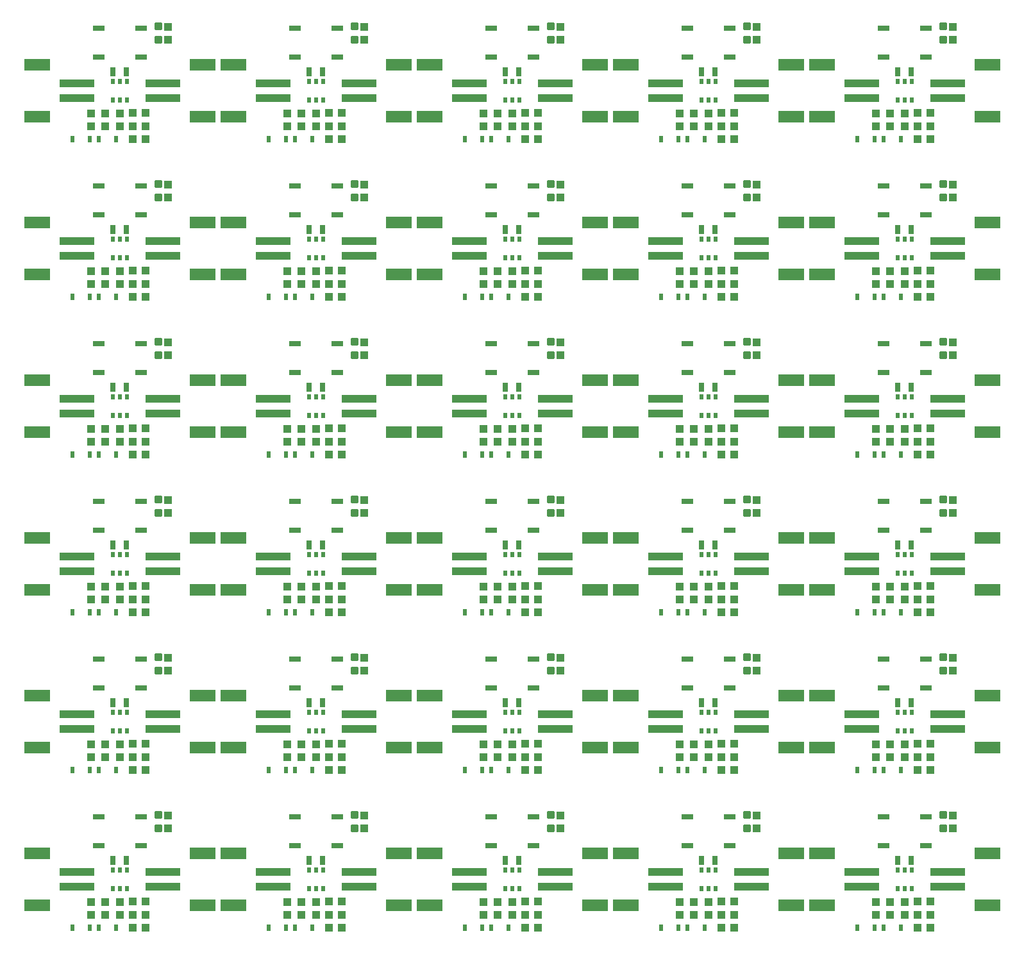
<source format=gtp>
G04 EAGLE Gerber RS-274X export*
G75*
%MOMM*%
%FSLAX34Y34*%
%LPD*%
%INSolderpaste Top*%
%IPPOS*%
%AMOC8*
5,1,8,0,0,1.08239X$1,22.5*%
G01*
%ADD10R,1.000000X1.100000*%
%ADD11C,0.300000*%
%ADD12R,0.550000X0.800000*%
%ADD13R,1.100000X1.000000*%
%ADD14R,1.524000X0.762000*%
%ADD15R,4.600000X1.000000*%
%ADD16R,3.400000X1.600000*%
%ADD17R,0.630000X0.830000*%
%ADD18R,0.800000X1.200000*%


D10*
X190500Y186300D03*
X190500Y169300D03*
D11*
X181300Y172530D02*
X174300Y172530D01*
X181300Y172530D02*
X181300Y165530D01*
X174300Y165530D01*
X174300Y172530D01*
X174300Y168380D02*
X181300Y168380D01*
X181300Y171230D02*
X174300Y171230D01*
X174300Y190070D02*
X181300Y190070D01*
X181300Y183070D01*
X174300Y183070D01*
X174300Y190070D01*
X174300Y185920D02*
X181300Y185920D01*
X181300Y188770D02*
X174300Y188770D01*
D12*
X117500Y89600D03*
X127000Y89600D03*
X136500Y89600D03*
X136500Y113600D03*
X117500Y113600D03*
X127000Y113600D03*
D10*
X88900Y55000D03*
X88900Y72000D03*
X107950Y72000D03*
X107950Y55000D03*
D13*
X143900Y54610D03*
X160900Y54610D03*
X143900Y38100D03*
X160900Y38100D03*
X143900Y72390D03*
X160900Y72390D03*
D10*
X127000Y55000D03*
X127000Y72000D03*
D14*
X99060Y184150D03*
X154940Y184150D03*
X99060Y146050D03*
X154940Y146050D03*
D15*
X70020Y91600D03*
X70020Y111600D03*
D16*
X18020Y67600D03*
X18020Y135600D03*
D15*
X183980Y111600D03*
X183980Y91600D03*
D16*
X235980Y135600D03*
X235980Y67600D03*
D17*
X121990Y38100D03*
X98990Y38100D03*
X87700Y38100D03*
X64700Y38100D03*
D18*
X136000Y127000D03*
X118000Y127000D03*
D10*
X449580Y186300D03*
X449580Y169300D03*
D11*
X440380Y172530D02*
X433380Y172530D01*
X440380Y172530D02*
X440380Y165530D01*
X433380Y165530D01*
X433380Y172530D01*
X433380Y168380D02*
X440380Y168380D01*
X440380Y171230D02*
X433380Y171230D01*
X433380Y190070D02*
X440380Y190070D01*
X440380Y183070D01*
X433380Y183070D01*
X433380Y190070D01*
X433380Y185920D02*
X440380Y185920D01*
X440380Y188770D02*
X433380Y188770D01*
D12*
X376580Y89600D03*
X386080Y89600D03*
X395580Y89600D03*
X395580Y113600D03*
X376580Y113600D03*
X386080Y113600D03*
D10*
X347980Y55000D03*
X347980Y72000D03*
X367030Y72000D03*
X367030Y55000D03*
D13*
X402980Y54610D03*
X419980Y54610D03*
X402980Y38100D03*
X419980Y38100D03*
X402980Y72390D03*
X419980Y72390D03*
D10*
X386080Y55000D03*
X386080Y72000D03*
D14*
X358140Y184150D03*
X414020Y184150D03*
X358140Y146050D03*
X414020Y146050D03*
D15*
X329100Y91600D03*
X329100Y111600D03*
D16*
X277100Y67600D03*
X277100Y135600D03*
D15*
X443060Y111600D03*
X443060Y91600D03*
D16*
X495060Y135600D03*
X495060Y67600D03*
D17*
X381070Y38100D03*
X358070Y38100D03*
X346780Y38100D03*
X323780Y38100D03*
D18*
X395080Y127000D03*
X377080Y127000D03*
D10*
X708660Y186300D03*
X708660Y169300D03*
D11*
X699460Y172530D02*
X692460Y172530D01*
X699460Y172530D02*
X699460Y165530D01*
X692460Y165530D01*
X692460Y172530D01*
X692460Y168380D02*
X699460Y168380D01*
X699460Y171230D02*
X692460Y171230D01*
X692460Y190070D02*
X699460Y190070D01*
X699460Y183070D01*
X692460Y183070D01*
X692460Y190070D01*
X692460Y185920D02*
X699460Y185920D01*
X699460Y188770D02*
X692460Y188770D01*
D12*
X635660Y89600D03*
X645160Y89600D03*
X654660Y89600D03*
X654660Y113600D03*
X635660Y113600D03*
X645160Y113600D03*
D10*
X607060Y55000D03*
X607060Y72000D03*
X626110Y72000D03*
X626110Y55000D03*
D13*
X662060Y54610D03*
X679060Y54610D03*
X662060Y38100D03*
X679060Y38100D03*
X662060Y72390D03*
X679060Y72390D03*
D10*
X645160Y55000D03*
X645160Y72000D03*
D14*
X617220Y184150D03*
X673100Y184150D03*
X617220Y146050D03*
X673100Y146050D03*
D15*
X588180Y91600D03*
X588180Y111600D03*
D16*
X536180Y67600D03*
X536180Y135600D03*
D15*
X702140Y111600D03*
X702140Y91600D03*
D16*
X754140Y135600D03*
X754140Y67600D03*
D17*
X640150Y38100D03*
X617150Y38100D03*
X605860Y38100D03*
X582860Y38100D03*
D18*
X654160Y127000D03*
X636160Y127000D03*
D10*
X967740Y186300D03*
X967740Y169300D03*
D11*
X958540Y172530D02*
X951540Y172530D01*
X958540Y172530D02*
X958540Y165530D01*
X951540Y165530D01*
X951540Y172530D01*
X951540Y168380D02*
X958540Y168380D01*
X958540Y171230D02*
X951540Y171230D01*
X951540Y190070D02*
X958540Y190070D01*
X958540Y183070D01*
X951540Y183070D01*
X951540Y190070D01*
X951540Y185920D02*
X958540Y185920D01*
X958540Y188770D02*
X951540Y188770D01*
D12*
X894740Y89600D03*
X904240Y89600D03*
X913740Y89600D03*
X913740Y113600D03*
X894740Y113600D03*
X904240Y113600D03*
D10*
X866140Y55000D03*
X866140Y72000D03*
X885190Y72000D03*
X885190Y55000D03*
D13*
X921140Y54610D03*
X938140Y54610D03*
X921140Y38100D03*
X938140Y38100D03*
X921140Y72390D03*
X938140Y72390D03*
D10*
X904240Y55000D03*
X904240Y72000D03*
D14*
X876300Y184150D03*
X932180Y184150D03*
X876300Y146050D03*
X932180Y146050D03*
D15*
X847260Y91600D03*
X847260Y111600D03*
D16*
X795260Y67600D03*
X795260Y135600D03*
D15*
X961220Y111600D03*
X961220Y91600D03*
D16*
X1013220Y135600D03*
X1013220Y67600D03*
D17*
X899230Y38100D03*
X876230Y38100D03*
X864940Y38100D03*
X841940Y38100D03*
D18*
X913240Y127000D03*
X895240Y127000D03*
D10*
X1226820Y186300D03*
X1226820Y169300D03*
D11*
X1217620Y172530D02*
X1210620Y172530D01*
X1217620Y172530D02*
X1217620Y165530D01*
X1210620Y165530D01*
X1210620Y172530D01*
X1210620Y168380D02*
X1217620Y168380D01*
X1217620Y171230D02*
X1210620Y171230D01*
X1210620Y190070D02*
X1217620Y190070D01*
X1217620Y183070D01*
X1210620Y183070D01*
X1210620Y190070D01*
X1210620Y185920D02*
X1217620Y185920D01*
X1217620Y188770D02*
X1210620Y188770D01*
D12*
X1153820Y89600D03*
X1163320Y89600D03*
X1172820Y89600D03*
X1172820Y113600D03*
X1153820Y113600D03*
X1163320Y113600D03*
D10*
X1125220Y55000D03*
X1125220Y72000D03*
X1144270Y72000D03*
X1144270Y55000D03*
D13*
X1180220Y54610D03*
X1197220Y54610D03*
X1180220Y38100D03*
X1197220Y38100D03*
X1180220Y72390D03*
X1197220Y72390D03*
D10*
X1163320Y55000D03*
X1163320Y72000D03*
D14*
X1135380Y184150D03*
X1191260Y184150D03*
X1135380Y146050D03*
X1191260Y146050D03*
D15*
X1106340Y91600D03*
X1106340Y111600D03*
D16*
X1054340Y67600D03*
X1054340Y135600D03*
D15*
X1220300Y111600D03*
X1220300Y91600D03*
D16*
X1272300Y135600D03*
X1272300Y67600D03*
D17*
X1158310Y38100D03*
X1135310Y38100D03*
X1124020Y38100D03*
X1101020Y38100D03*
D18*
X1172320Y127000D03*
X1154320Y127000D03*
D10*
X190500Y394580D03*
X190500Y377580D03*
D11*
X181300Y380810D02*
X174300Y380810D01*
X181300Y380810D02*
X181300Y373810D01*
X174300Y373810D01*
X174300Y380810D01*
X174300Y376660D02*
X181300Y376660D01*
X181300Y379510D02*
X174300Y379510D01*
X174300Y398350D02*
X181300Y398350D01*
X181300Y391350D01*
X174300Y391350D01*
X174300Y398350D01*
X174300Y394200D02*
X181300Y394200D01*
X181300Y397050D02*
X174300Y397050D01*
D12*
X117500Y297880D03*
X127000Y297880D03*
X136500Y297880D03*
X136500Y321880D03*
X117500Y321880D03*
X127000Y321880D03*
D10*
X88900Y263280D03*
X88900Y280280D03*
X107950Y280280D03*
X107950Y263280D03*
D13*
X143900Y262890D03*
X160900Y262890D03*
X143900Y246380D03*
X160900Y246380D03*
X143900Y280670D03*
X160900Y280670D03*
D10*
X127000Y263280D03*
X127000Y280280D03*
D14*
X99060Y392430D03*
X154940Y392430D03*
X99060Y354330D03*
X154940Y354330D03*
D15*
X70020Y299880D03*
X70020Y319880D03*
D16*
X18020Y275880D03*
X18020Y343880D03*
D15*
X183980Y319880D03*
X183980Y299880D03*
D16*
X235980Y343880D03*
X235980Y275880D03*
D17*
X121990Y246380D03*
X98990Y246380D03*
X87700Y246380D03*
X64700Y246380D03*
D18*
X136000Y335280D03*
X118000Y335280D03*
D10*
X449580Y394580D03*
X449580Y377580D03*
D11*
X440380Y380810D02*
X433380Y380810D01*
X440380Y380810D02*
X440380Y373810D01*
X433380Y373810D01*
X433380Y380810D01*
X433380Y376660D02*
X440380Y376660D01*
X440380Y379510D02*
X433380Y379510D01*
X433380Y398350D02*
X440380Y398350D01*
X440380Y391350D01*
X433380Y391350D01*
X433380Y398350D01*
X433380Y394200D02*
X440380Y394200D01*
X440380Y397050D02*
X433380Y397050D01*
D12*
X376580Y297880D03*
X386080Y297880D03*
X395580Y297880D03*
X395580Y321880D03*
X376580Y321880D03*
X386080Y321880D03*
D10*
X347980Y263280D03*
X347980Y280280D03*
X367030Y280280D03*
X367030Y263280D03*
D13*
X402980Y262890D03*
X419980Y262890D03*
X402980Y246380D03*
X419980Y246380D03*
X402980Y280670D03*
X419980Y280670D03*
D10*
X386080Y263280D03*
X386080Y280280D03*
D14*
X358140Y392430D03*
X414020Y392430D03*
X358140Y354330D03*
X414020Y354330D03*
D15*
X329100Y299880D03*
X329100Y319880D03*
D16*
X277100Y275880D03*
X277100Y343880D03*
D15*
X443060Y319880D03*
X443060Y299880D03*
D16*
X495060Y343880D03*
X495060Y275880D03*
D17*
X381070Y246380D03*
X358070Y246380D03*
X346780Y246380D03*
X323780Y246380D03*
D18*
X395080Y335280D03*
X377080Y335280D03*
D10*
X708660Y394580D03*
X708660Y377580D03*
D11*
X699460Y380810D02*
X692460Y380810D01*
X699460Y380810D02*
X699460Y373810D01*
X692460Y373810D01*
X692460Y380810D01*
X692460Y376660D02*
X699460Y376660D01*
X699460Y379510D02*
X692460Y379510D01*
X692460Y398350D02*
X699460Y398350D01*
X699460Y391350D01*
X692460Y391350D01*
X692460Y398350D01*
X692460Y394200D02*
X699460Y394200D01*
X699460Y397050D02*
X692460Y397050D01*
D12*
X635660Y297880D03*
X645160Y297880D03*
X654660Y297880D03*
X654660Y321880D03*
X635660Y321880D03*
X645160Y321880D03*
D10*
X607060Y263280D03*
X607060Y280280D03*
X626110Y280280D03*
X626110Y263280D03*
D13*
X662060Y262890D03*
X679060Y262890D03*
X662060Y246380D03*
X679060Y246380D03*
X662060Y280670D03*
X679060Y280670D03*
D10*
X645160Y263280D03*
X645160Y280280D03*
D14*
X617220Y392430D03*
X673100Y392430D03*
X617220Y354330D03*
X673100Y354330D03*
D15*
X588180Y299880D03*
X588180Y319880D03*
D16*
X536180Y275880D03*
X536180Y343880D03*
D15*
X702140Y319880D03*
X702140Y299880D03*
D16*
X754140Y343880D03*
X754140Y275880D03*
D17*
X640150Y246380D03*
X617150Y246380D03*
X605860Y246380D03*
X582860Y246380D03*
D18*
X654160Y335280D03*
X636160Y335280D03*
D10*
X967740Y394580D03*
X967740Y377580D03*
D11*
X958540Y380810D02*
X951540Y380810D01*
X958540Y380810D02*
X958540Y373810D01*
X951540Y373810D01*
X951540Y380810D01*
X951540Y376660D02*
X958540Y376660D01*
X958540Y379510D02*
X951540Y379510D01*
X951540Y398350D02*
X958540Y398350D01*
X958540Y391350D01*
X951540Y391350D01*
X951540Y398350D01*
X951540Y394200D02*
X958540Y394200D01*
X958540Y397050D02*
X951540Y397050D01*
D12*
X894740Y297880D03*
X904240Y297880D03*
X913740Y297880D03*
X913740Y321880D03*
X894740Y321880D03*
X904240Y321880D03*
D10*
X866140Y263280D03*
X866140Y280280D03*
X885190Y280280D03*
X885190Y263280D03*
D13*
X921140Y262890D03*
X938140Y262890D03*
X921140Y246380D03*
X938140Y246380D03*
X921140Y280670D03*
X938140Y280670D03*
D10*
X904240Y263280D03*
X904240Y280280D03*
D14*
X876300Y392430D03*
X932180Y392430D03*
X876300Y354330D03*
X932180Y354330D03*
D15*
X847260Y299880D03*
X847260Y319880D03*
D16*
X795260Y275880D03*
X795260Y343880D03*
D15*
X961220Y319880D03*
X961220Y299880D03*
D16*
X1013220Y343880D03*
X1013220Y275880D03*
D17*
X899230Y246380D03*
X876230Y246380D03*
X864940Y246380D03*
X841940Y246380D03*
D18*
X913240Y335280D03*
X895240Y335280D03*
D10*
X1226820Y394580D03*
X1226820Y377580D03*
D11*
X1217620Y380810D02*
X1210620Y380810D01*
X1217620Y380810D02*
X1217620Y373810D01*
X1210620Y373810D01*
X1210620Y380810D01*
X1210620Y376660D02*
X1217620Y376660D01*
X1217620Y379510D02*
X1210620Y379510D01*
X1210620Y398350D02*
X1217620Y398350D01*
X1217620Y391350D01*
X1210620Y391350D01*
X1210620Y398350D01*
X1210620Y394200D02*
X1217620Y394200D01*
X1217620Y397050D02*
X1210620Y397050D01*
D12*
X1153820Y297880D03*
X1163320Y297880D03*
X1172820Y297880D03*
X1172820Y321880D03*
X1153820Y321880D03*
X1163320Y321880D03*
D10*
X1125220Y263280D03*
X1125220Y280280D03*
X1144270Y280280D03*
X1144270Y263280D03*
D13*
X1180220Y262890D03*
X1197220Y262890D03*
X1180220Y246380D03*
X1197220Y246380D03*
X1180220Y280670D03*
X1197220Y280670D03*
D10*
X1163320Y263280D03*
X1163320Y280280D03*
D14*
X1135380Y392430D03*
X1191260Y392430D03*
X1135380Y354330D03*
X1191260Y354330D03*
D15*
X1106340Y299880D03*
X1106340Y319880D03*
D16*
X1054340Y275880D03*
X1054340Y343880D03*
D15*
X1220300Y319880D03*
X1220300Y299880D03*
D16*
X1272300Y343880D03*
X1272300Y275880D03*
D17*
X1158310Y246380D03*
X1135310Y246380D03*
X1124020Y246380D03*
X1101020Y246380D03*
D18*
X1172320Y335280D03*
X1154320Y335280D03*
D10*
X190500Y602860D03*
X190500Y585860D03*
D11*
X181300Y589090D02*
X174300Y589090D01*
X181300Y589090D02*
X181300Y582090D01*
X174300Y582090D01*
X174300Y589090D01*
X174300Y584940D02*
X181300Y584940D01*
X181300Y587790D02*
X174300Y587790D01*
X174300Y606630D02*
X181300Y606630D01*
X181300Y599630D01*
X174300Y599630D01*
X174300Y606630D01*
X174300Y602480D02*
X181300Y602480D01*
X181300Y605330D02*
X174300Y605330D01*
D12*
X117500Y506160D03*
X127000Y506160D03*
X136500Y506160D03*
X136500Y530160D03*
X117500Y530160D03*
X127000Y530160D03*
D10*
X88900Y471560D03*
X88900Y488560D03*
X107950Y488560D03*
X107950Y471560D03*
D13*
X143900Y471170D03*
X160900Y471170D03*
X143900Y454660D03*
X160900Y454660D03*
X143900Y488950D03*
X160900Y488950D03*
D10*
X127000Y471560D03*
X127000Y488560D03*
D14*
X99060Y600710D03*
X154940Y600710D03*
X99060Y562610D03*
X154940Y562610D03*
D15*
X70020Y508160D03*
X70020Y528160D03*
D16*
X18020Y484160D03*
X18020Y552160D03*
D15*
X183980Y528160D03*
X183980Y508160D03*
D16*
X235980Y552160D03*
X235980Y484160D03*
D17*
X121990Y454660D03*
X98990Y454660D03*
X87700Y454660D03*
X64700Y454660D03*
D18*
X136000Y543560D03*
X118000Y543560D03*
D10*
X449580Y602860D03*
X449580Y585860D03*
D11*
X440380Y589090D02*
X433380Y589090D01*
X440380Y589090D02*
X440380Y582090D01*
X433380Y582090D01*
X433380Y589090D01*
X433380Y584940D02*
X440380Y584940D01*
X440380Y587790D02*
X433380Y587790D01*
X433380Y606630D02*
X440380Y606630D01*
X440380Y599630D01*
X433380Y599630D01*
X433380Y606630D01*
X433380Y602480D02*
X440380Y602480D01*
X440380Y605330D02*
X433380Y605330D01*
D12*
X376580Y506160D03*
X386080Y506160D03*
X395580Y506160D03*
X395580Y530160D03*
X376580Y530160D03*
X386080Y530160D03*
D10*
X347980Y471560D03*
X347980Y488560D03*
X367030Y488560D03*
X367030Y471560D03*
D13*
X402980Y471170D03*
X419980Y471170D03*
X402980Y454660D03*
X419980Y454660D03*
X402980Y488950D03*
X419980Y488950D03*
D10*
X386080Y471560D03*
X386080Y488560D03*
D14*
X358140Y600710D03*
X414020Y600710D03*
X358140Y562610D03*
X414020Y562610D03*
D15*
X329100Y508160D03*
X329100Y528160D03*
D16*
X277100Y484160D03*
X277100Y552160D03*
D15*
X443060Y528160D03*
X443060Y508160D03*
D16*
X495060Y552160D03*
X495060Y484160D03*
D17*
X381070Y454660D03*
X358070Y454660D03*
X346780Y454660D03*
X323780Y454660D03*
D18*
X395080Y543560D03*
X377080Y543560D03*
D10*
X708660Y602860D03*
X708660Y585860D03*
D11*
X699460Y589090D02*
X692460Y589090D01*
X699460Y589090D02*
X699460Y582090D01*
X692460Y582090D01*
X692460Y589090D01*
X692460Y584940D02*
X699460Y584940D01*
X699460Y587790D02*
X692460Y587790D01*
X692460Y606630D02*
X699460Y606630D01*
X699460Y599630D01*
X692460Y599630D01*
X692460Y606630D01*
X692460Y602480D02*
X699460Y602480D01*
X699460Y605330D02*
X692460Y605330D01*
D12*
X635660Y506160D03*
X645160Y506160D03*
X654660Y506160D03*
X654660Y530160D03*
X635660Y530160D03*
X645160Y530160D03*
D10*
X607060Y471560D03*
X607060Y488560D03*
X626110Y488560D03*
X626110Y471560D03*
D13*
X662060Y471170D03*
X679060Y471170D03*
X662060Y454660D03*
X679060Y454660D03*
X662060Y488950D03*
X679060Y488950D03*
D10*
X645160Y471560D03*
X645160Y488560D03*
D14*
X617220Y600710D03*
X673100Y600710D03*
X617220Y562610D03*
X673100Y562610D03*
D15*
X588180Y508160D03*
X588180Y528160D03*
D16*
X536180Y484160D03*
X536180Y552160D03*
D15*
X702140Y528160D03*
X702140Y508160D03*
D16*
X754140Y552160D03*
X754140Y484160D03*
D17*
X640150Y454660D03*
X617150Y454660D03*
X605860Y454660D03*
X582860Y454660D03*
D18*
X654160Y543560D03*
X636160Y543560D03*
D10*
X967740Y602860D03*
X967740Y585860D03*
D11*
X958540Y589090D02*
X951540Y589090D01*
X958540Y589090D02*
X958540Y582090D01*
X951540Y582090D01*
X951540Y589090D01*
X951540Y584940D02*
X958540Y584940D01*
X958540Y587790D02*
X951540Y587790D01*
X951540Y606630D02*
X958540Y606630D01*
X958540Y599630D01*
X951540Y599630D01*
X951540Y606630D01*
X951540Y602480D02*
X958540Y602480D01*
X958540Y605330D02*
X951540Y605330D01*
D12*
X894740Y506160D03*
X904240Y506160D03*
X913740Y506160D03*
X913740Y530160D03*
X894740Y530160D03*
X904240Y530160D03*
D10*
X866140Y471560D03*
X866140Y488560D03*
X885190Y488560D03*
X885190Y471560D03*
D13*
X921140Y471170D03*
X938140Y471170D03*
X921140Y454660D03*
X938140Y454660D03*
X921140Y488950D03*
X938140Y488950D03*
D10*
X904240Y471560D03*
X904240Y488560D03*
D14*
X876300Y600710D03*
X932180Y600710D03*
X876300Y562610D03*
X932180Y562610D03*
D15*
X847260Y508160D03*
X847260Y528160D03*
D16*
X795260Y484160D03*
X795260Y552160D03*
D15*
X961220Y528160D03*
X961220Y508160D03*
D16*
X1013220Y552160D03*
X1013220Y484160D03*
D17*
X899230Y454660D03*
X876230Y454660D03*
X864940Y454660D03*
X841940Y454660D03*
D18*
X913240Y543560D03*
X895240Y543560D03*
D10*
X1226820Y602860D03*
X1226820Y585860D03*
D11*
X1217620Y589090D02*
X1210620Y589090D01*
X1217620Y589090D02*
X1217620Y582090D01*
X1210620Y582090D01*
X1210620Y589090D01*
X1210620Y584940D02*
X1217620Y584940D01*
X1217620Y587790D02*
X1210620Y587790D01*
X1210620Y606630D02*
X1217620Y606630D01*
X1217620Y599630D01*
X1210620Y599630D01*
X1210620Y606630D01*
X1210620Y602480D02*
X1217620Y602480D01*
X1217620Y605330D02*
X1210620Y605330D01*
D12*
X1153820Y506160D03*
X1163320Y506160D03*
X1172820Y506160D03*
X1172820Y530160D03*
X1153820Y530160D03*
X1163320Y530160D03*
D10*
X1125220Y471560D03*
X1125220Y488560D03*
X1144270Y488560D03*
X1144270Y471560D03*
D13*
X1180220Y471170D03*
X1197220Y471170D03*
X1180220Y454660D03*
X1197220Y454660D03*
X1180220Y488950D03*
X1197220Y488950D03*
D10*
X1163320Y471560D03*
X1163320Y488560D03*
D14*
X1135380Y600710D03*
X1191260Y600710D03*
X1135380Y562610D03*
X1191260Y562610D03*
D15*
X1106340Y508160D03*
X1106340Y528160D03*
D16*
X1054340Y484160D03*
X1054340Y552160D03*
D15*
X1220300Y528160D03*
X1220300Y508160D03*
D16*
X1272300Y552160D03*
X1272300Y484160D03*
D17*
X1158310Y454660D03*
X1135310Y454660D03*
X1124020Y454660D03*
X1101020Y454660D03*
D18*
X1172320Y543560D03*
X1154320Y543560D03*
D10*
X190500Y811140D03*
X190500Y794140D03*
D11*
X181300Y797370D02*
X174300Y797370D01*
X181300Y797370D02*
X181300Y790370D01*
X174300Y790370D01*
X174300Y797370D01*
X174300Y793220D02*
X181300Y793220D01*
X181300Y796070D02*
X174300Y796070D01*
X174300Y814910D02*
X181300Y814910D01*
X181300Y807910D01*
X174300Y807910D01*
X174300Y814910D01*
X174300Y810760D02*
X181300Y810760D01*
X181300Y813610D02*
X174300Y813610D01*
D12*
X117500Y714440D03*
X127000Y714440D03*
X136500Y714440D03*
X136500Y738440D03*
X117500Y738440D03*
X127000Y738440D03*
D10*
X88900Y679840D03*
X88900Y696840D03*
X107950Y696840D03*
X107950Y679840D03*
D13*
X143900Y679450D03*
X160900Y679450D03*
X143900Y662940D03*
X160900Y662940D03*
X143900Y697230D03*
X160900Y697230D03*
D10*
X127000Y679840D03*
X127000Y696840D03*
D14*
X99060Y808990D03*
X154940Y808990D03*
X99060Y770890D03*
X154940Y770890D03*
D15*
X70020Y716440D03*
X70020Y736440D03*
D16*
X18020Y692440D03*
X18020Y760440D03*
D15*
X183980Y736440D03*
X183980Y716440D03*
D16*
X235980Y760440D03*
X235980Y692440D03*
D17*
X121990Y662940D03*
X98990Y662940D03*
X87700Y662940D03*
X64700Y662940D03*
D18*
X136000Y751840D03*
X118000Y751840D03*
D10*
X449580Y811140D03*
X449580Y794140D03*
D11*
X440380Y797370D02*
X433380Y797370D01*
X440380Y797370D02*
X440380Y790370D01*
X433380Y790370D01*
X433380Y797370D01*
X433380Y793220D02*
X440380Y793220D01*
X440380Y796070D02*
X433380Y796070D01*
X433380Y814910D02*
X440380Y814910D01*
X440380Y807910D01*
X433380Y807910D01*
X433380Y814910D01*
X433380Y810760D02*
X440380Y810760D01*
X440380Y813610D02*
X433380Y813610D01*
D12*
X376580Y714440D03*
X386080Y714440D03*
X395580Y714440D03*
X395580Y738440D03*
X376580Y738440D03*
X386080Y738440D03*
D10*
X347980Y679840D03*
X347980Y696840D03*
X367030Y696840D03*
X367030Y679840D03*
D13*
X402980Y679450D03*
X419980Y679450D03*
X402980Y662940D03*
X419980Y662940D03*
X402980Y697230D03*
X419980Y697230D03*
D10*
X386080Y679840D03*
X386080Y696840D03*
D14*
X358140Y808990D03*
X414020Y808990D03*
X358140Y770890D03*
X414020Y770890D03*
D15*
X329100Y716440D03*
X329100Y736440D03*
D16*
X277100Y692440D03*
X277100Y760440D03*
D15*
X443060Y736440D03*
X443060Y716440D03*
D16*
X495060Y760440D03*
X495060Y692440D03*
D17*
X381070Y662940D03*
X358070Y662940D03*
X346780Y662940D03*
X323780Y662940D03*
D18*
X395080Y751840D03*
X377080Y751840D03*
D10*
X708660Y811140D03*
X708660Y794140D03*
D11*
X699460Y797370D02*
X692460Y797370D01*
X699460Y797370D02*
X699460Y790370D01*
X692460Y790370D01*
X692460Y797370D01*
X692460Y793220D02*
X699460Y793220D01*
X699460Y796070D02*
X692460Y796070D01*
X692460Y814910D02*
X699460Y814910D01*
X699460Y807910D01*
X692460Y807910D01*
X692460Y814910D01*
X692460Y810760D02*
X699460Y810760D01*
X699460Y813610D02*
X692460Y813610D01*
D12*
X635660Y714440D03*
X645160Y714440D03*
X654660Y714440D03*
X654660Y738440D03*
X635660Y738440D03*
X645160Y738440D03*
D10*
X607060Y679840D03*
X607060Y696840D03*
X626110Y696840D03*
X626110Y679840D03*
D13*
X662060Y679450D03*
X679060Y679450D03*
X662060Y662940D03*
X679060Y662940D03*
X662060Y697230D03*
X679060Y697230D03*
D10*
X645160Y679840D03*
X645160Y696840D03*
D14*
X617220Y808990D03*
X673100Y808990D03*
X617220Y770890D03*
X673100Y770890D03*
D15*
X588180Y716440D03*
X588180Y736440D03*
D16*
X536180Y692440D03*
X536180Y760440D03*
D15*
X702140Y736440D03*
X702140Y716440D03*
D16*
X754140Y760440D03*
X754140Y692440D03*
D17*
X640150Y662940D03*
X617150Y662940D03*
X605860Y662940D03*
X582860Y662940D03*
D18*
X654160Y751840D03*
X636160Y751840D03*
D10*
X967740Y811140D03*
X967740Y794140D03*
D11*
X958540Y797370D02*
X951540Y797370D01*
X958540Y797370D02*
X958540Y790370D01*
X951540Y790370D01*
X951540Y797370D01*
X951540Y793220D02*
X958540Y793220D01*
X958540Y796070D02*
X951540Y796070D01*
X951540Y814910D02*
X958540Y814910D01*
X958540Y807910D01*
X951540Y807910D01*
X951540Y814910D01*
X951540Y810760D02*
X958540Y810760D01*
X958540Y813610D02*
X951540Y813610D01*
D12*
X894740Y714440D03*
X904240Y714440D03*
X913740Y714440D03*
X913740Y738440D03*
X894740Y738440D03*
X904240Y738440D03*
D10*
X866140Y679840D03*
X866140Y696840D03*
X885190Y696840D03*
X885190Y679840D03*
D13*
X921140Y679450D03*
X938140Y679450D03*
X921140Y662940D03*
X938140Y662940D03*
X921140Y697230D03*
X938140Y697230D03*
D10*
X904240Y679840D03*
X904240Y696840D03*
D14*
X876300Y808990D03*
X932180Y808990D03*
X876300Y770890D03*
X932180Y770890D03*
D15*
X847260Y716440D03*
X847260Y736440D03*
D16*
X795260Y692440D03*
X795260Y760440D03*
D15*
X961220Y736440D03*
X961220Y716440D03*
D16*
X1013220Y760440D03*
X1013220Y692440D03*
D17*
X899230Y662940D03*
X876230Y662940D03*
X864940Y662940D03*
X841940Y662940D03*
D18*
X913240Y751840D03*
X895240Y751840D03*
D10*
X1226820Y811140D03*
X1226820Y794140D03*
D11*
X1217620Y797370D02*
X1210620Y797370D01*
X1217620Y797370D02*
X1217620Y790370D01*
X1210620Y790370D01*
X1210620Y797370D01*
X1210620Y793220D02*
X1217620Y793220D01*
X1217620Y796070D02*
X1210620Y796070D01*
X1210620Y814910D02*
X1217620Y814910D01*
X1217620Y807910D01*
X1210620Y807910D01*
X1210620Y814910D01*
X1210620Y810760D02*
X1217620Y810760D01*
X1217620Y813610D02*
X1210620Y813610D01*
D12*
X1153820Y714440D03*
X1163320Y714440D03*
X1172820Y714440D03*
X1172820Y738440D03*
X1153820Y738440D03*
X1163320Y738440D03*
D10*
X1125220Y679840D03*
X1125220Y696840D03*
X1144270Y696840D03*
X1144270Y679840D03*
D13*
X1180220Y679450D03*
X1197220Y679450D03*
X1180220Y662940D03*
X1197220Y662940D03*
X1180220Y697230D03*
X1197220Y697230D03*
D10*
X1163320Y679840D03*
X1163320Y696840D03*
D14*
X1135380Y808990D03*
X1191260Y808990D03*
X1135380Y770890D03*
X1191260Y770890D03*
D15*
X1106340Y716440D03*
X1106340Y736440D03*
D16*
X1054340Y692440D03*
X1054340Y760440D03*
D15*
X1220300Y736440D03*
X1220300Y716440D03*
D16*
X1272300Y760440D03*
X1272300Y692440D03*
D17*
X1158310Y662940D03*
X1135310Y662940D03*
X1124020Y662940D03*
X1101020Y662940D03*
D18*
X1172320Y751840D03*
X1154320Y751840D03*
D10*
X190500Y1019420D03*
X190500Y1002420D03*
D11*
X181300Y1005650D02*
X174300Y1005650D01*
X181300Y1005650D02*
X181300Y998650D01*
X174300Y998650D01*
X174300Y1005650D01*
X174300Y1001500D02*
X181300Y1001500D01*
X181300Y1004350D02*
X174300Y1004350D01*
X174300Y1023190D02*
X181300Y1023190D01*
X181300Y1016190D01*
X174300Y1016190D01*
X174300Y1023190D01*
X174300Y1019040D02*
X181300Y1019040D01*
X181300Y1021890D02*
X174300Y1021890D01*
D12*
X117500Y922720D03*
X127000Y922720D03*
X136500Y922720D03*
X136500Y946720D03*
X117500Y946720D03*
X127000Y946720D03*
D10*
X88900Y888120D03*
X88900Y905120D03*
X107950Y905120D03*
X107950Y888120D03*
D13*
X143900Y887730D03*
X160900Y887730D03*
X143900Y871220D03*
X160900Y871220D03*
X143900Y905510D03*
X160900Y905510D03*
D10*
X127000Y888120D03*
X127000Y905120D03*
D14*
X99060Y1017270D03*
X154940Y1017270D03*
X99060Y979170D03*
X154940Y979170D03*
D15*
X70020Y924720D03*
X70020Y944720D03*
D16*
X18020Y900720D03*
X18020Y968720D03*
D15*
X183980Y944720D03*
X183980Y924720D03*
D16*
X235980Y968720D03*
X235980Y900720D03*
D17*
X121990Y871220D03*
X98990Y871220D03*
X87700Y871220D03*
X64700Y871220D03*
D18*
X136000Y960120D03*
X118000Y960120D03*
D10*
X449580Y1019420D03*
X449580Y1002420D03*
D11*
X440380Y1005650D02*
X433380Y1005650D01*
X440380Y1005650D02*
X440380Y998650D01*
X433380Y998650D01*
X433380Y1005650D01*
X433380Y1001500D02*
X440380Y1001500D01*
X440380Y1004350D02*
X433380Y1004350D01*
X433380Y1023190D02*
X440380Y1023190D01*
X440380Y1016190D01*
X433380Y1016190D01*
X433380Y1023190D01*
X433380Y1019040D02*
X440380Y1019040D01*
X440380Y1021890D02*
X433380Y1021890D01*
D12*
X376580Y922720D03*
X386080Y922720D03*
X395580Y922720D03*
X395580Y946720D03*
X376580Y946720D03*
X386080Y946720D03*
D10*
X347980Y888120D03*
X347980Y905120D03*
X367030Y905120D03*
X367030Y888120D03*
D13*
X402980Y887730D03*
X419980Y887730D03*
X402980Y871220D03*
X419980Y871220D03*
X402980Y905510D03*
X419980Y905510D03*
D10*
X386080Y888120D03*
X386080Y905120D03*
D14*
X358140Y1017270D03*
X414020Y1017270D03*
X358140Y979170D03*
X414020Y979170D03*
D15*
X329100Y924720D03*
X329100Y944720D03*
D16*
X277100Y900720D03*
X277100Y968720D03*
D15*
X443060Y944720D03*
X443060Y924720D03*
D16*
X495060Y968720D03*
X495060Y900720D03*
D17*
X381070Y871220D03*
X358070Y871220D03*
X346780Y871220D03*
X323780Y871220D03*
D18*
X395080Y960120D03*
X377080Y960120D03*
D10*
X708660Y1019420D03*
X708660Y1002420D03*
D11*
X699460Y1005650D02*
X692460Y1005650D01*
X699460Y1005650D02*
X699460Y998650D01*
X692460Y998650D01*
X692460Y1005650D01*
X692460Y1001500D02*
X699460Y1001500D01*
X699460Y1004350D02*
X692460Y1004350D01*
X692460Y1023190D02*
X699460Y1023190D01*
X699460Y1016190D01*
X692460Y1016190D01*
X692460Y1023190D01*
X692460Y1019040D02*
X699460Y1019040D01*
X699460Y1021890D02*
X692460Y1021890D01*
D12*
X635660Y922720D03*
X645160Y922720D03*
X654660Y922720D03*
X654660Y946720D03*
X635660Y946720D03*
X645160Y946720D03*
D10*
X607060Y888120D03*
X607060Y905120D03*
X626110Y905120D03*
X626110Y888120D03*
D13*
X662060Y887730D03*
X679060Y887730D03*
X662060Y871220D03*
X679060Y871220D03*
X662060Y905510D03*
X679060Y905510D03*
D10*
X645160Y888120D03*
X645160Y905120D03*
D14*
X617220Y1017270D03*
X673100Y1017270D03*
X617220Y979170D03*
X673100Y979170D03*
D15*
X588180Y924720D03*
X588180Y944720D03*
D16*
X536180Y900720D03*
X536180Y968720D03*
D15*
X702140Y944720D03*
X702140Y924720D03*
D16*
X754140Y968720D03*
X754140Y900720D03*
D17*
X640150Y871220D03*
X617150Y871220D03*
X605860Y871220D03*
X582860Y871220D03*
D18*
X654160Y960120D03*
X636160Y960120D03*
D10*
X967740Y1019420D03*
X967740Y1002420D03*
D11*
X958540Y1005650D02*
X951540Y1005650D01*
X958540Y1005650D02*
X958540Y998650D01*
X951540Y998650D01*
X951540Y1005650D01*
X951540Y1001500D02*
X958540Y1001500D01*
X958540Y1004350D02*
X951540Y1004350D01*
X951540Y1023190D02*
X958540Y1023190D01*
X958540Y1016190D01*
X951540Y1016190D01*
X951540Y1023190D01*
X951540Y1019040D02*
X958540Y1019040D01*
X958540Y1021890D02*
X951540Y1021890D01*
D12*
X894740Y922720D03*
X904240Y922720D03*
X913740Y922720D03*
X913740Y946720D03*
X894740Y946720D03*
X904240Y946720D03*
D10*
X866140Y888120D03*
X866140Y905120D03*
X885190Y905120D03*
X885190Y888120D03*
D13*
X921140Y887730D03*
X938140Y887730D03*
X921140Y871220D03*
X938140Y871220D03*
X921140Y905510D03*
X938140Y905510D03*
D10*
X904240Y888120D03*
X904240Y905120D03*
D14*
X876300Y1017270D03*
X932180Y1017270D03*
X876300Y979170D03*
X932180Y979170D03*
D15*
X847260Y924720D03*
X847260Y944720D03*
D16*
X795260Y900720D03*
X795260Y968720D03*
D15*
X961220Y944720D03*
X961220Y924720D03*
D16*
X1013220Y968720D03*
X1013220Y900720D03*
D17*
X899230Y871220D03*
X876230Y871220D03*
X864940Y871220D03*
X841940Y871220D03*
D18*
X913240Y960120D03*
X895240Y960120D03*
D10*
X1226820Y1019420D03*
X1226820Y1002420D03*
D11*
X1217620Y1005650D02*
X1210620Y1005650D01*
X1217620Y1005650D02*
X1217620Y998650D01*
X1210620Y998650D01*
X1210620Y1005650D01*
X1210620Y1001500D02*
X1217620Y1001500D01*
X1217620Y1004350D02*
X1210620Y1004350D01*
X1210620Y1023190D02*
X1217620Y1023190D01*
X1217620Y1016190D01*
X1210620Y1016190D01*
X1210620Y1023190D01*
X1210620Y1019040D02*
X1217620Y1019040D01*
X1217620Y1021890D02*
X1210620Y1021890D01*
D12*
X1153820Y922720D03*
X1163320Y922720D03*
X1172820Y922720D03*
X1172820Y946720D03*
X1153820Y946720D03*
X1163320Y946720D03*
D10*
X1125220Y888120D03*
X1125220Y905120D03*
X1144270Y905120D03*
X1144270Y888120D03*
D13*
X1180220Y887730D03*
X1197220Y887730D03*
X1180220Y871220D03*
X1197220Y871220D03*
X1180220Y905510D03*
X1197220Y905510D03*
D10*
X1163320Y888120D03*
X1163320Y905120D03*
D14*
X1135380Y1017270D03*
X1191260Y1017270D03*
X1135380Y979170D03*
X1191260Y979170D03*
D15*
X1106340Y924720D03*
X1106340Y944720D03*
D16*
X1054340Y900720D03*
X1054340Y968720D03*
D15*
X1220300Y944720D03*
X1220300Y924720D03*
D16*
X1272300Y968720D03*
X1272300Y900720D03*
D17*
X1158310Y871220D03*
X1135310Y871220D03*
X1124020Y871220D03*
X1101020Y871220D03*
D18*
X1172320Y960120D03*
X1154320Y960120D03*
D10*
X190500Y1227700D03*
X190500Y1210700D03*
D11*
X181300Y1213930D02*
X174300Y1213930D01*
X181300Y1213930D02*
X181300Y1206930D01*
X174300Y1206930D01*
X174300Y1213930D01*
X174300Y1209780D02*
X181300Y1209780D01*
X181300Y1212630D02*
X174300Y1212630D01*
X174300Y1231470D02*
X181300Y1231470D01*
X181300Y1224470D01*
X174300Y1224470D01*
X174300Y1231470D01*
X174300Y1227320D02*
X181300Y1227320D01*
X181300Y1230170D02*
X174300Y1230170D01*
D12*
X117500Y1131000D03*
X127000Y1131000D03*
X136500Y1131000D03*
X136500Y1155000D03*
X117500Y1155000D03*
X127000Y1155000D03*
D10*
X88900Y1096400D03*
X88900Y1113400D03*
X107950Y1113400D03*
X107950Y1096400D03*
D13*
X143900Y1096010D03*
X160900Y1096010D03*
X143900Y1079500D03*
X160900Y1079500D03*
X143900Y1113790D03*
X160900Y1113790D03*
D10*
X127000Y1096400D03*
X127000Y1113400D03*
D14*
X99060Y1225550D03*
X154940Y1225550D03*
X99060Y1187450D03*
X154940Y1187450D03*
D15*
X70020Y1133000D03*
X70020Y1153000D03*
D16*
X18020Y1109000D03*
X18020Y1177000D03*
D15*
X183980Y1153000D03*
X183980Y1133000D03*
D16*
X235980Y1177000D03*
X235980Y1109000D03*
D17*
X121990Y1079500D03*
X98990Y1079500D03*
X87700Y1079500D03*
X64700Y1079500D03*
D18*
X136000Y1168400D03*
X118000Y1168400D03*
D10*
X449580Y1227700D03*
X449580Y1210700D03*
D11*
X440380Y1213930D02*
X433380Y1213930D01*
X440380Y1213930D02*
X440380Y1206930D01*
X433380Y1206930D01*
X433380Y1213930D01*
X433380Y1209780D02*
X440380Y1209780D01*
X440380Y1212630D02*
X433380Y1212630D01*
X433380Y1231470D02*
X440380Y1231470D01*
X440380Y1224470D01*
X433380Y1224470D01*
X433380Y1231470D01*
X433380Y1227320D02*
X440380Y1227320D01*
X440380Y1230170D02*
X433380Y1230170D01*
D12*
X376580Y1131000D03*
X386080Y1131000D03*
X395580Y1131000D03*
X395580Y1155000D03*
X376580Y1155000D03*
X386080Y1155000D03*
D10*
X347980Y1096400D03*
X347980Y1113400D03*
X367030Y1113400D03*
X367030Y1096400D03*
D13*
X402980Y1096010D03*
X419980Y1096010D03*
X402980Y1079500D03*
X419980Y1079500D03*
X402980Y1113790D03*
X419980Y1113790D03*
D10*
X386080Y1096400D03*
X386080Y1113400D03*
D14*
X358140Y1225550D03*
X414020Y1225550D03*
X358140Y1187450D03*
X414020Y1187450D03*
D15*
X329100Y1133000D03*
X329100Y1153000D03*
D16*
X277100Y1109000D03*
X277100Y1177000D03*
D15*
X443060Y1153000D03*
X443060Y1133000D03*
D16*
X495060Y1177000D03*
X495060Y1109000D03*
D17*
X381070Y1079500D03*
X358070Y1079500D03*
X346780Y1079500D03*
X323780Y1079500D03*
D18*
X395080Y1168400D03*
X377080Y1168400D03*
D10*
X708660Y1227700D03*
X708660Y1210700D03*
D11*
X699460Y1213930D02*
X692460Y1213930D01*
X699460Y1213930D02*
X699460Y1206930D01*
X692460Y1206930D01*
X692460Y1213930D01*
X692460Y1209780D02*
X699460Y1209780D01*
X699460Y1212630D02*
X692460Y1212630D01*
X692460Y1231470D02*
X699460Y1231470D01*
X699460Y1224470D01*
X692460Y1224470D01*
X692460Y1231470D01*
X692460Y1227320D02*
X699460Y1227320D01*
X699460Y1230170D02*
X692460Y1230170D01*
D12*
X635660Y1131000D03*
X645160Y1131000D03*
X654660Y1131000D03*
X654660Y1155000D03*
X635660Y1155000D03*
X645160Y1155000D03*
D10*
X607060Y1096400D03*
X607060Y1113400D03*
X626110Y1113400D03*
X626110Y1096400D03*
D13*
X662060Y1096010D03*
X679060Y1096010D03*
X662060Y1079500D03*
X679060Y1079500D03*
X662060Y1113790D03*
X679060Y1113790D03*
D10*
X645160Y1096400D03*
X645160Y1113400D03*
D14*
X617220Y1225550D03*
X673100Y1225550D03*
X617220Y1187450D03*
X673100Y1187450D03*
D15*
X588180Y1133000D03*
X588180Y1153000D03*
D16*
X536180Y1109000D03*
X536180Y1177000D03*
D15*
X702140Y1153000D03*
X702140Y1133000D03*
D16*
X754140Y1177000D03*
X754140Y1109000D03*
D17*
X640150Y1079500D03*
X617150Y1079500D03*
X605860Y1079500D03*
X582860Y1079500D03*
D18*
X654160Y1168400D03*
X636160Y1168400D03*
D10*
X967740Y1227700D03*
X967740Y1210700D03*
D11*
X958540Y1213930D02*
X951540Y1213930D01*
X958540Y1213930D02*
X958540Y1206930D01*
X951540Y1206930D01*
X951540Y1213930D01*
X951540Y1209780D02*
X958540Y1209780D01*
X958540Y1212630D02*
X951540Y1212630D01*
X951540Y1231470D02*
X958540Y1231470D01*
X958540Y1224470D01*
X951540Y1224470D01*
X951540Y1231470D01*
X951540Y1227320D02*
X958540Y1227320D01*
X958540Y1230170D02*
X951540Y1230170D01*
D12*
X894740Y1131000D03*
X904240Y1131000D03*
X913740Y1131000D03*
X913740Y1155000D03*
X894740Y1155000D03*
X904240Y1155000D03*
D10*
X866140Y1096400D03*
X866140Y1113400D03*
X885190Y1113400D03*
X885190Y1096400D03*
D13*
X921140Y1096010D03*
X938140Y1096010D03*
X921140Y1079500D03*
X938140Y1079500D03*
X921140Y1113790D03*
X938140Y1113790D03*
D10*
X904240Y1096400D03*
X904240Y1113400D03*
D14*
X876300Y1225550D03*
X932180Y1225550D03*
X876300Y1187450D03*
X932180Y1187450D03*
D15*
X847260Y1133000D03*
X847260Y1153000D03*
D16*
X795260Y1109000D03*
X795260Y1177000D03*
D15*
X961220Y1153000D03*
X961220Y1133000D03*
D16*
X1013220Y1177000D03*
X1013220Y1109000D03*
D17*
X899230Y1079500D03*
X876230Y1079500D03*
X864940Y1079500D03*
X841940Y1079500D03*
D18*
X913240Y1168400D03*
X895240Y1168400D03*
D10*
X1226820Y1227700D03*
X1226820Y1210700D03*
D11*
X1217620Y1213930D02*
X1210620Y1213930D01*
X1217620Y1213930D02*
X1217620Y1206930D01*
X1210620Y1206930D01*
X1210620Y1213930D01*
X1210620Y1209780D02*
X1217620Y1209780D01*
X1217620Y1212630D02*
X1210620Y1212630D01*
X1210620Y1231470D02*
X1217620Y1231470D01*
X1217620Y1224470D01*
X1210620Y1224470D01*
X1210620Y1231470D01*
X1210620Y1227320D02*
X1217620Y1227320D01*
X1217620Y1230170D02*
X1210620Y1230170D01*
D12*
X1153820Y1131000D03*
X1163320Y1131000D03*
X1172820Y1131000D03*
X1172820Y1155000D03*
X1153820Y1155000D03*
X1163320Y1155000D03*
D10*
X1125220Y1096400D03*
X1125220Y1113400D03*
X1144270Y1113400D03*
X1144270Y1096400D03*
D13*
X1180220Y1096010D03*
X1197220Y1096010D03*
X1180220Y1079500D03*
X1197220Y1079500D03*
X1180220Y1113790D03*
X1197220Y1113790D03*
D10*
X1163320Y1096400D03*
X1163320Y1113400D03*
D14*
X1135380Y1225550D03*
X1191260Y1225550D03*
X1135380Y1187450D03*
X1191260Y1187450D03*
D15*
X1106340Y1133000D03*
X1106340Y1153000D03*
D16*
X1054340Y1109000D03*
X1054340Y1177000D03*
D15*
X1220300Y1153000D03*
X1220300Y1133000D03*
D16*
X1272300Y1177000D03*
X1272300Y1109000D03*
D17*
X1158310Y1079500D03*
X1135310Y1079500D03*
X1124020Y1079500D03*
X1101020Y1079500D03*
D18*
X1172320Y1168400D03*
X1154320Y1168400D03*
M02*

</source>
